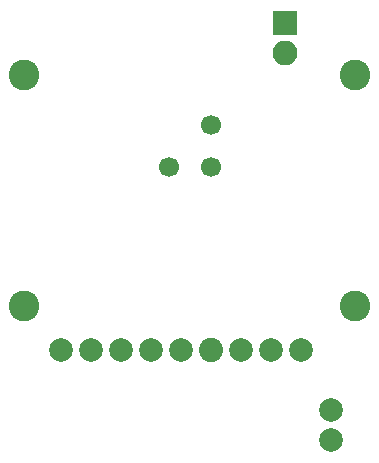
<source format=gbs>
%TF.GenerationSoftware,KiCad,Pcbnew,no-vcs-found-72d4889~60~ubuntu16.04.1*%
%TF.CreationDate,2017-10-20T12:27:02+05:30*%
%TF.ProjectId,sense_rev2,73656E73655F726576322E6B69636164,rev?*%
%TF.SameCoordinates,Original*%
%TF.FileFunction,Soldermask,Bot*%
%TF.FilePolarity,Negative*%
%FSLAX46Y46*%
G04 Gerber Fmt 4.6, Leading zero omitted, Abs format (unit mm)*
G04 Created by KiCad (PCBNEW no-vcs-found-72d4889~60~ubuntu16.04.1) date Fri Oct 20 12:27:02 2017*
%MOMM*%
%LPD*%
G01*
G04 APERTURE LIST*
%ADD10C,2.000000*%
%ADD11C,2.050000*%
%ADD12C,2.010000*%
%ADD13R,2.100000X2.100000*%
%ADD14O,2.100000X2.100000*%
%ADD15C,1.700000*%
%ADD16C,2.600000*%
G04 APERTURE END LIST*
D10*
%TO.C,U5*%
X112000000Y-122354000D03*
X112000000Y-124894000D03*
X109460000Y-117274000D03*
X106920000Y-117274000D03*
D11*
X101840000Y-117274000D03*
D10*
X104380000Y-117274000D03*
D12*
X99300000Y-117274000D03*
X96760000Y-117274000D03*
X94220000Y-117274000D03*
X91680000Y-117274000D03*
X89140000Y-117274000D03*
%TD*%
D13*
%TO.C,BT1*%
X108100000Y-89600000D03*
D14*
X108100000Y-92140000D03*
%TD*%
D15*
%TO.C,U1*%
X98204000Y-101796000D03*
X101796000Y-98204000D03*
X101796000Y-101796000D03*
%TD*%
D16*
%TO.C,P1*%
X114000000Y-113500000D03*
%TD*%
%TO.C,P2*%
X86000000Y-113500000D03*
%TD*%
%TO.C,P3*%
X86000000Y-94000000D03*
%TD*%
%TO.C,P4*%
X114000000Y-94000000D03*
%TD*%
M02*

</source>
